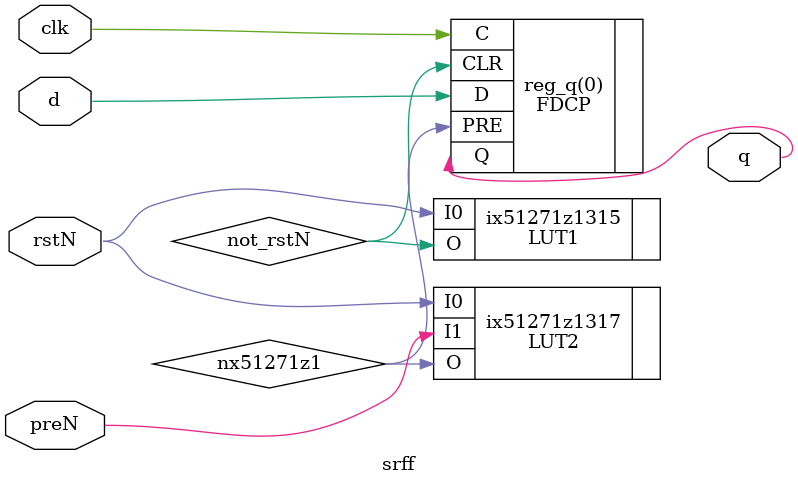
<source format=v>


module srff ( clk, rstN, preN, d, q ) ;

    input clk ;
    input rstN ;
    input preN ;
    input [0:0]d ;
    output [0:0]q ;

    wire not_rstN, nx51271z1;



    FDCP \reg_q(0)  (.Q (q[0]), .D (d[0]), .C (clk), .CLR (not_rstN), .PRE (
         nx51271z1)) ;
    LUT1 ix51271z1315 (.O (not_rstN), .I0 (rstN)) ;
         defparam ix51271z1315.INIT = 4'h1;
    LUT2 ix51271z1317 (.O (nx51271z1), .I0 (rstN), .I1 (preN)) ;
         defparam ix51271z1317.INIT = 4'h2;
endmodule


</source>
